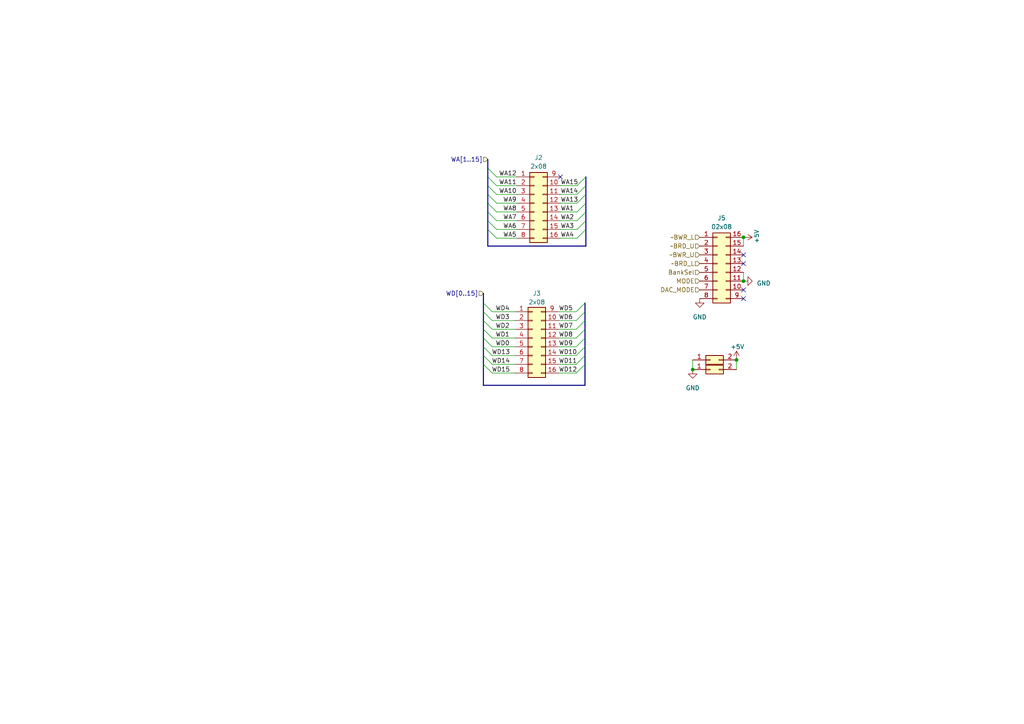
<source format=kicad_sch>
(kicad_sch (version 20230121) (generator eeschema)
  (paper "A4")
  (lib_symbols
    (symbol "Connector_Generic:Conn_02x01" (pin_names (offset 1.016) hide)
      (property "Reference" "J" (at 1.27 2.54 0))
      (property "Value" "Conn_02x01" (at 1.27 -2.54 0))
      (symbol "Conn_02x01_1_1"
        (rectangle (start -1.27 0.127) (end 0 -0.127) (stroke (width 0.1524)))
        (rectangle (start -1.27 1.27) (end 3.81 -1.27) (stroke (width 0.254)) (fill (type background)))
        (rectangle (start 3.81 0.127) (end 2.54 -0.127) (stroke (width 0.1524)))
        (pin passive line (at -5.08 0 0) (length 3.81) (name "Pin_1") (number "1"))
        (pin passive line (at 7.62 0 180) (length 3.81) (name "Pin_2") (number "2"))
      )
    )
    (symbol "Connector_Generic:Conn_02x08_Counter_Clockwise" (pin_names (offset 1.016) hide)
      (property "Reference" "J" (at 1.27 10.16 0))
      (property "Value" "Conn_02x08_Counter_Clockwise" (at 1.27 -12.7 0))
      (symbol "Conn_02x08_Counter_Clockwise_1_1"
        (rectangle (start -1.27 -10.033) (end 0 -10.287) (stroke (width 0.1524)))
        (rectangle (start -1.27 -7.493) (end 0 -7.747) (stroke (width 0.1524)))
        (rectangle (start -1.27 -4.953) (end 0 -5.207) (stroke (width 0.1524)))
        (rectangle (start -1.27 -2.413) (end 0 -2.667) (stroke (width 0.1524)))
        (rectangle (start -1.27 0.127) (end 0 -0.127) (stroke (width 0.1524)))
        (rectangle (start -1.27 2.667) (end 0 2.413) (stroke (width 0.1524)))
        (rectangle (start -1.27 5.207) (end 0 4.953) (stroke (width 0.1524)))
        (rectangle (start -1.27 7.747) (end 0 7.493) (stroke (width 0.1524)))
        (rectangle (start -1.27 8.89) (end 3.81 -11.43) (stroke (width 0.254)) (fill (type background)))
        (rectangle (start 3.81 -10.033) (end 2.54 -10.287) (stroke (width 0.1524)))
        (rectangle (start 3.81 -7.493) (end 2.54 -7.747) (stroke (width 0.1524)))
        (rectangle (start 3.81 -4.953) (end 2.54 -5.207) (stroke (width 0.1524)))
        (rectangle (start 3.81 -2.413) (end 2.54 -2.667) (stroke (width 0.1524)))
        (rectangle (start 3.81 0.127) (end 2.54 -0.127) (stroke (width 0.1524)))
        (rectangle (start 3.81 2.667) (end 2.54 2.413) (stroke (width 0.1524)))
        (rectangle (start 3.81 5.207) (end 2.54 4.953) (stroke (width 0.1524)))
        (rectangle (start 3.81 7.747) (end 2.54 7.493) (stroke (width 0.1524)))
        (pin passive line (at -5.08 7.62 0) (length 3.81) (name "Pin_1") (number "1"))
        (pin passive line (at 7.62 -7.62 180) (length 3.81) (name "Pin_10") (number "10"))
        (pin passive line (at 7.62 -5.08 180) (length 3.81) (name "Pin_11") (number "11"))
        (pin passive line (at 7.62 -2.54 180) (length 3.81) (name "Pin_12") (number "12"))
        (pin passive line (at 7.62 0 180) (length 3.81) (name "Pin_13") (number "13"))
        (pin passive line (at 7.62 2.54 180) (length 3.81) (name "Pin_14") (number "14"))
        (pin passive line (at 7.62 5.08 180) (length 3.81) (name "Pin_15") (number "15"))
        (pin passive line (at 7.62 7.62 180) (length 3.81) (name "Pin_16") (number "16"))
        (pin passive line (at -5.08 5.08 0) (length 3.81) (name "Pin_2") (number "2"))
        (pin passive line (at -5.08 2.54 0) (length 3.81) (name "Pin_3") (number "3"))
        (pin passive line (at -5.08 0 0) (length 3.81) (name "Pin_4") (number "4"))
        (pin passive line (at -5.08 -2.54 0) (length 3.81) (name "Pin_5") (number "5"))
        (pin passive line (at -5.08 -5.08 0) (length 3.81) (name "Pin_6") (number "6"))
        (pin passive line (at -5.08 -7.62 0) (length 3.81) (name "Pin_7") (number "7"))
        (pin passive line (at -5.08 -10.16 0) (length 3.81) (name "Pin_8") (number "8"))
        (pin passive line (at 7.62 -10.16 180) (length 3.81) (name "Pin_9") (number "9"))
      )
    )
    (symbol "Connector_Generic:Conn_02x08_Top_Bottom" (pin_names (offset 1.016) hide)
      (property "Reference" "J" (at 1.27 10.16 0))
      (property "Value" "Conn_02x08_Top_Bottom" (at 1.27 -12.7 0))
      (symbol "Conn_02x08_Top_Bottom_1_1"
        (rectangle (start -1.27 -10.033) (end 0 -10.287) (stroke (width 0.1524)))
        (rectangle (start -1.27 -7.493) (end 0 -7.747) (stroke (width 0.1524)))
        (rectangle (start -1.27 -4.953) (end 0 -5.207) (stroke (width 0.1524)))
        (rectangle (start -1.27 -2.413) (end 0 -2.667) (stroke (width 0.1524)))
        (rectangle (start -1.27 0.127) (end 0 -0.127) (stroke (width 0.1524)))
        (rectangle (start -1.27 2.667) (end 0 2.413) (stroke (width 0.1524)))
        (rectangle (start -1.27 5.207) (end 0 4.953) (stroke (width 0.1524)))
        (rectangle (start -1.27 7.747) (end 0 7.493) (stroke (width 0.1524)))
        (rectangle (start -1.27 8.89) (end 3.81 -11.43) (stroke (width 0.254)) (fill (type background)))
        (rectangle (start 3.81 -10.033) (end 2.54 -10.287) (stroke (width 0.1524)))
        (rectangle (start 3.81 -7.493) (end 2.54 -7.747) (stroke (width 0.1524)))
        (rectangle (start 3.81 -4.953) (end 2.54 -5.207) (stroke (width 0.1524)))
        (rectangle (start 3.81 -2.413) (end 2.54 -2.667) (stroke (width 0.1524)))
        (rectangle (start 3.81 0.127) (end 2.54 -0.127) (stroke (width 0.1524)))
        (rectangle (start 3.81 2.667) (end 2.54 2.413) (stroke (width 0.1524)))
        (rectangle (start 3.81 5.207) (end 2.54 4.953) (stroke (width 0.1524)))
        (rectangle (start 3.81 7.747) (end 2.54 7.493) (stroke (width 0.1524)))
        (pin passive line (at -5.08 7.62 0) (length 3.81) (name "Pin_1") (number "1"))
        (pin passive line (at 7.62 5.08 180) (length 3.81) (name "Pin_10") (number "10"))
        (pin passive line (at 7.62 2.54 180) (length 3.81) (name "Pin_11") (number "11"))
        (pin passive line (at 7.62 0 180) (length 3.81) (name "Pin_12") (number "12"))
        (pin passive line (at 7.62 -2.54 180) (length 3.81) (name "Pin_13") (number "13"))
        (pin passive line (at 7.62 -5.08 180) (length 3.81) (name "Pin_14") (number "14"))
        (pin passive line (at 7.62 -7.62 180) (length 3.81) (name "Pin_15") (number "15"))
        (pin passive line (at 7.62 -10.16 180) (length 3.81) (name "Pin_16") (number "16"))
        (pin passive line (at -5.08 5.08 0) (length 3.81) (name "Pin_2") (number "2"))
        (pin passive line (at -5.08 2.54 0) (length 3.81) (name "Pin_3") (number "3"))
        (pin passive line (at -5.08 0 0) (length 3.81) (name "Pin_4") (number "4"))
        (pin passive line (at -5.08 -2.54 0) (length 3.81) (name "Pin_5") (number "5"))
        (pin passive line (at -5.08 -5.08 0) (length 3.81) (name "Pin_6") (number "6"))
        (pin passive line (at -5.08 -7.62 0) (length 3.81) (name "Pin_7") (number "7"))
        (pin passive line (at -5.08 -10.16 0) (length 3.81) (name "Pin_8") (number "8"))
        (pin passive line (at 7.62 7.62 180) (length 3.81) (name "Pin_9") (number "9"))
      )
    )
    (symbol "power:+5V" (power) (pin_names (offset 0))
      (property "Value" "+5V" (at 0 3.556 0))
      (symbol "+5V_0_1"
        (polyline (pts (xy -0.762 1.27) (xy 0 2.54)))
        (polyline (pts (xy 0 0) (xy 0 2.54)))
        (polyline (pts (xy 0 2.54) (xy 0.762 1.27)))
      )
      (symbol "+5V_1_1"
        (pin power_in line (at 0 0 90) (length 0) hide (name "+5V") (number "1"))
      )
    )
    (symbol "power:GND" (power) (pin_names (offset 0))
      (property "Value" "GND" (at 0 -3.81 0))
      (symbol "GND_0_1"
        (polyline (pts (xy 0 0) (xy 0 -1.27) (xy 1.27 -1.27) (xy 0 -2.54) (xy -1.27 -1.27) (xy 0 -1.27)))
      )
      (symbol "GND_1_1"
        (pin power_in line (at 0 0 270) (length 0) hide (name "GND") (number "1"))
      )
    )
  )
  (junction (at 200.914 107.188))
  (junction (at 215.646 81.534))
  (junction (at 215.646 68.834))
  (junction (at 213.614 104.394))
  (no_connect (at 215.646 84.074))
  (no_connect (at 215.646 86.614))
  (no_connect (at 215.646 76.454))
  (no_connect (at 215.646 73.914))
  (no_connect (at 162.56 51.308))
  (bus_entry (at 167.132 108.204) (size 2.54 -2.54))
  (bus_entry (at 167.386 61.468) (size 2.54 -2.54))
  (bus_entry (at 167.386 69.088) (size 2.54 -2.54))
  (bus_entry (at 144.018 61.468) (size -2.54 -2.54))
  (bus_entry (at 142.748 108.204) (size -2.54 -2.54))
  (bus_entry (at 167.132 105.664) (size 2.54 -2.54))
  (bus_entry (at 142.748 105.664) (size -2.54 -2.54))
  (bus_entry (at 167.386 64.008) (size 2.54 -2.54))
  (bus_entry (at 144.018 53.848) (size -2.54 -2.54))
  (bus_entry (at 167.386 56.388) (size 2.54 -2.54))
  (bus_entry (at 144.018 66.548) (size -2.54 -2.54))
  (bus_entry (at 167.132 103.124) (size 2.54 -2.54))
  (bus_entry (at 142.748 98.044) (size -2.54 -2.54))
  (bus_entry (at 167.132 95.504) (size 2.54 -2.54))
  (bus_entry (at 142.748 92.964) (size -2.54 -2.54))
  (bus_entry (at 142.748 90.424) (size -2.54 -2.54))
  (bus_entry (at 167.132 92.964) (size 2.54 -2.54))
  (bus_entry (at 144.018 58.928) (size -2.54 -2.54))
  (bus_entry (at 167.132 98.044) (size 2.54 -2.54))
  (bus_entry (at 142.748 103.124) (size -2.54 -2.54))
  (bus_entry (at 144.018 69.088) (size -2.54 -2.54))
  (bus_entry (at 167.132 100.584) (size 2.54 -2.54))
  (bus_entry (at 144.018 56.388) (size -2.54 -2.54))
  (bus_entry (at 142.748 95.504) (size -2.54 -2.54))
  (bus_entry (at 142.748 100.584) (size -2.54 -2.54))
  (bus_entry (at 144.018 51.308) (size -2.54 -2.54))
  (bus_entry (at 167.386 66.548) (size 2.54 -2.54))
  (bus_entry (at 167.386 53.848) (size 2.54 -2.54))
  (bus_entry (at 167.132 90.424) (size 2.54 -2.54))
  (bus_entry (at 167.386 58.928) (size 2.54 -2.54))
  (bus_entry (at 144.018 64.008) (size -2.54 -2.54))
  (bus (pts (xy 169.926 56.388) (xy 169.926 58.928)))
  (wire (pts (xy 162.052 95.504) (xy 167.132 95.504)))
  (bus (pts (xy 141.478 56.388) (xy 141.478 58.928)))
  (bus (pts (xy 140.208 103.124) (xy 140.208 105.664)))
  (bus (pts (xy 169.926 53.848) (xy 169.926 56.388)))
  (bus (pts (xy 141.478 48.768) (xy 141.478 51.308)))
  (bus (pts (xy 141.478 71.374) (xy 169.926 71.374)))
  (bus (pts (xy 169.926 66.548) (xy 169.926 71.374)))
  (wire (pts (xy 162.56 66.548) (xy 167.386 66.548)))
  (wire (pts (xy 142.748 108.204) (xy 149.352 108.204)))
  (bus (pts (xy 140.208 87.884) (xy 140.208 90.424)))
  (wire (pts (xy 149.352 100.584) (xy 142.748 100.584)))
  (bus (pts (xy 169.672 105.664) (xy 169.672 111.76)))
  (bus (pts (xy 141.478 46.228) (xy 141.478 48.768)))
  (wire (pts (xy 162.56 61.468) (xy 167.386 61.468)))
  (bus (pts (xy 140.208 85.09) (xy 140.208 87.884)))
  (bus (pts (xy 169.672 95.504) (xy 169.672 98.044)))
  (wire (pts (xy 142.748 105.664) (xy 149.352 105.664)))
  (bus (pts (xy 140.208 105.664) (xy 140.208 111.76)))
  (wire (pts (xy 162.56 64.008) (xy 167.386 64.008)))
  (wire (pts (xy 162.56 56.388) (xy 167.386 56.388)))
  (bus (pts (xy 140.208 92.964) (xy 140.208 95.504)))
  (wire (pts (xy 162.052 100.584) (xy 167.132 100.584)))
  (wire (pts (xy 144.018 56.388) (xy 149.86 56.388)))
  (wire (pts (xy 162.052 92.964) (xy 167.132 92.964)))
  (wire (pts (xy 215.646 78.994) (xy 215.646 81.534)))
  (wire (pts (xy 149.352 98.044) (xy 142.748 98.044)))
  (bus (pts (xy 169.672 103.124) (xy 169.672 105.664)))
  (bus (pts (xy 169.672 98.044) (xy 169.672 100.584)))
  (wire (pts (xy 142.748 103.124) (xy 149.352 103.124)))
  (bus (pts (xy 169.926 51.308) (xy 169.926 53.848)))
  (bus (pts (xy 169.672 87.884) (xy 169.672 90.424)))
  (bus (pts (xy 141.478 66.548) (xy 141.478 71.374)))
  (bus (pts (xy 169.672 92.964) (xy 169.672 95.504)))
  (wire (pts (xy 162.052 90.424) (xy 167.132 90.424)))
  (wire (pts (xy 162.56 53.848) (xy 167.386 53.848)))
  (bus (pts (xy 140.208 90.424) (xy 140.208 92.964)))
  (bus (pts (xy 140.208 111.76) (xy 169.672 111.76)))
  (bus (pts (xy 140.208 98.044) (xy 140.208 100.584)))
  (wire (pts (xy 149.352 90.424) (xy 142.748 90.424)))
  (wire (pts (xy 213.614 104.394) (xy 213.614 107.188)))
  (bus (pts (xy 169.926 58.928) (xy 169.926 61.468)))
  (bus (pts (xy 169.926 64.008) (xy 169.926 66.548)))
  (bus (pts (xy 141.478 61.468) (xy 141.478 64.008)))
  (wire (pts (xy 144.018 61.468) (xy 149.86 61.468)))
  (wire (pts (xy 215.646 68.834) (xy 215.646 71.374)))
  (wire (pts (xy 162.052 98.044) (xy 167.132 98.044)))
  (wire (pts (xy 200.914 104.394) (xy 200.914 107.188)))
  (bus (pts (xy 140.208 100.584) (xy 140.208 103.124)))
  (wire (pts (xy 142.748 95.504) (xy 149.352 95.504)))
  (wire (pts (xy 144.018 66.548) (xy 149.86 66.548)))
  (wire (pts (xy 144.018 51.308) (xy 149.86 51.308)))
  (wire (pts (xy 162.052 105.664) (xy 167.132 105.664)))
  (wire (pts (xy 144.018 69.088) (xy 149.86 69.088)))
  (wire (pts (xy 149.352 92.964) (xy 142.748 92.964)))
  (wire (pts (xy 144.018 58.928) (xy 149.86 58.928)))
  (bus (pts (xy 169.926 61.468) (xy 169.926 64.008)))
  (bus (pts (xy 140.208 95.504) (xy 140.208 98.044)))
  (bus (pts (xy 141.478 58.928) (xy 141.478 61.468)))
  (bus (pts (xy 141.478 64.008) (xy 141.478 66.548)))
  (bus (pts (xy 141.478 53.848) (xy 141.478 56.388)))
  (wire (pts (xy 162.56 58.928) (xy 167.386 58.928)))
  (wire (pts (xy 162.052 103.124) (xy 167.132 103.124)))
  (wire (pts (xy 144.018 53.848) (xy 149.86 53.848)))
  (bus (pts (xy 169.672 90.424) (xy 169.672 92.964)))
  (bus (pts (xy 169.672 100.584) (xy 169.672 103.124)))
  (wire (pts (xy 162.56 69.088) (xy 167.386 69.088)))
  (wire (pts (xy 162.052 108.204) (xy 167.132 108.204)))
  (bus (pts (xy 141.478 51.308) (xy 141.478 53.848)))
  (wire (pts (xy 144.018 64.008) (xy 149.86 64.008)))
  (label "WD12" (at 162.052 108.204 0))
  (label "WD9" (at 162.052 100.584 0))
  (label "WA3" (at 162.56 66.548 0))
  (label "WD8" (at 162.052 98.044 0))
  (label "WA7" (at 149.86 64.008 180))
  (label "WA10" (at 149.86 56.388 180))
  (label "WD11" (at 162.052 105.664 0))
  (label "WA5" (at 149.86 69.088 180))
  (label "WD5" (at 162.052 90.424 0))
  (label "WA11" (at 149.86 53.848 180))
  (label "WD2" (at 147.828 95.504 180))
  (label "WA2" (at 162.56 64.008 0))
  (label "WD3" (at 147.828 92.964 180))
  (label "WD10" (at 162.052 103.124 0))
  (label "WD0" (at 147.828 100.584 180))
  (label "WA14" (at 162.56 56.388 0))
  (label "WA13" (at 162.56 58.928 0))
  (label "WA9" (at 149.86 58.928 180))
  (label "WD4" (at 147.828 90.424 180))
  (label "WD13" (at 147.955 103.124 180))
  (label "WD14" (at 147.955 105.664 180))
  (label "WA12" (at 149.86 51.308 180))
  (label "WA1" (at 162.56 61.468 0))
  (label "WD15" (at 147.955 108.204 180))
  (label "WD6" (at 162.052 92.964 0))
  (label "WA15" (at 162.56 53.848 0))
  (label "WA8" (at 149.86 61.468 180))
  (label "WA6" (at 149.86 66.548 180))
  (label "WD7" (at 162.052 95.504 0))
  (label "WA4" (at 162.56 69.088 0))
  (label "WD1" (at 147.828 98.044 180))
  (hierarchical_label "WD[0..15]" (shape input) (at 140.208 85.09 180))
  (hierarchical_label "~BWR_U" (shape input) (at 202.946 73.914 180))
  (hierarchical_label "DAC_MODE" (shape input) (at 202.946 84.074 180))
  (hierarchical_label "BankSel" (shape input) (at 202.946 78.994 180))
  (hierarchical_label "~BRD_U" (shape input) (at 202.946 71.374 180))
  (hierarchical_label "~BWR_L" (shape input) (at 202.946 68.834 180))
  (hierarchical_label "MODE" (shape input) (at 202.946 81.534 180))
  (hierarchical_label "WA[1..15]" (shape input) (at 141.478 46.228 180))
  (hierarchical_label "~BRD_L" (shape input) (at 202.946 76.454 180))
  (symbol (lib_id "power:GND") (at 200.914 107.188 0) (mirror y) (unit 1)
    (property "Reference" "#PWR028" (effects hide))
    (property "Value" "GND" (at 200.914 112.522 0))
    (instances (project "VGA" (path "" (reference "#PWR028") (unit 1)) (path "" (reference "#PWR058") (unit 1))))
  )
  (symbol (lib_id "Connector_Generic:Conn_02x08_Counter_Clockwise") (at 208.026 76.454 0) (unit 1)
    (property "Reference" "J5" (at 209.296 63.246 0))
    (property "Value" "02x08" (at 209.296 65.786 0))
    (property "Footprint" "68000:2x08 finger" (effects hide))
    (instances (project "VGA" (path "" (reference "J5") (unit 1)) (path "" (reference "J3") (unit 1))))
  )
  (symbol (lib_id "Connector_Generic:Conn_02x01") (at 205.994 107.188 0) (unit 1)
    (property "Reference" "J6" (effects hide))
    (property "Value" "Conn_02x01" (effects hide))
    (property "Footprint" "68000:2x01 finger" (effects hide))
  )
  (symbol (lib_id "Connector_Generic:Conn_02x01") (at 205.994 104.394 0) (unit 1)
    (property "Reference" "J5" (effects hide))
    (property "Value" "Conn_02x01" (effects hide))
    (property "Footprint" "68000:2x01 finger" (effects hide))
  )
  (symbol (lib_id "power:+5V") (at 215.646 68.834 270) (mirror x) (unit 1)
    (property "Reference" "#PWR031" (effects hide))
    (property "Value" "+5V" (at 219.456 68.58 0))
    (instances (project "VGA" (path "" (reference "#PWR031") (unit 1)) (path "" (reference "#PWR062") (unit 1))))
  )
  (symbol (lib_id "power:+5V") (at 213.614 104.394 0) (unit 1)
    (property "Reference" "#PWR027" (effects hide))
    (property "Value" "+5V" (at 213.868 100.584 0))
    (instances (project "VGA" (path "" (reference "#PWR027") (unit 1)) (path "" (reference "#PWR059") (unit 1))))
  )
  (symbol (lib_id "power:GND") (at 202.946 86.614 0) (unit 1)
    (property "Reference" "#PWR028" (effects hide))
    (property "Value" "GND" (at 202.946 91.948 0))
    (instances (project "VGA" (path "" (reference "#PWR028") (unit 1)) (path "" (reference "#PWR055") (unit 1))))
  )
  (symbol (lib_id "power:GND") (at 215.646 81.534 90) (unit 1)
    (property "Reference" "#PWR032" (effects hide))
    (property "Value" "GND" (at 219.456 82.169 90) (effects (justify right)))
    (instances (project "VGA" (path "" (reference "#PWR032") (unit 1)) (path "" (reference "#PWR080") (unit 1))))
  )
  (symbol (lib_id "Connector_Generic:Conn_02x08_Top_Bottom") (at 154.432 98.044 0) (unit 1)
    (property "Reference" "J3" (at 155.702 85.09 0))
    (property "Value" "2x08" (at 155.702 87.63 0))
    (property "Footprint" "68000:2x08 finger" (effects hide))
    (instances (project "VGA" (path "" (reference "J3") (unit 1)) (path "" (reference "J4") (unit 1))))
  )
  (symbol (lib_id "Connector_Generic:Conn_02x08_Top_Bottom") (at 154.94 58.928 0) (unit 1)
    (property "Reference" "J2" (at 156.21 45.72 0))
    (property "Value" "2x08" (at 156.21 48.26 0))
    (property "Footprint" "68000:2x08 finger" (effects hide))
  )
)
</source>
